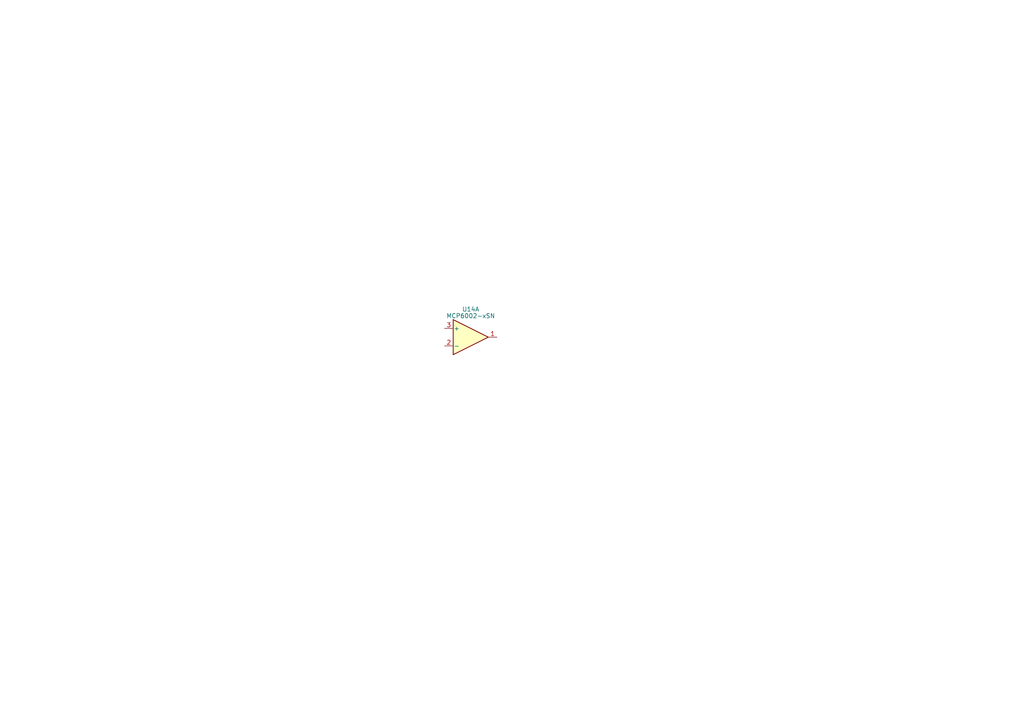
<source format=kicad_sch>
(kicad_sch (version 20230121) (generator eeschema)
  (paper "A4")
  (lib_symbols
    (symbol "Amplifier_Operational:MCP6002-xSN" (pin_names (offset 0.127))
      (property "Reference" "U" (at 0 5.08 0))
      (property "Value" "MCP6002-xSN" (at 0 -5.08 0))
      (symbol "MCP6002-xSN_1_1"
        (polyline (pts (xy -5.08 5.08) (xy 5.08 0) (xy -5.08 -5.08) (xy -5.08 5.08)) (stroke (width 0.254)) (fill (type background)))
        (pin output line (at 7.62 0 180) (length 2.54) (name "~") (number "1"))
        (pin input line (at -7.62 -2.54 0) (length 2.54) (name "-") (number "2"))
        (pin input line (at -7.62 2.54 0) (length 2.54) (name "+") (number "3"))
      )
      (symbol "MCP6002-xSN_2_1"
        (polyline (pts (xy -5.08 5.08) (xy 5.08 0) (xy -5.08 -5.08) (xy -5.08 5.08)) (stroke (width 0.254)) (fill (type background)))
        (pin input line (at -7.62 2.54 0) (length 2.54) (name "+") (number "5"))
        (pin input line (at -7.62 -2.54 0) (length 2.54) (name "-") (number "6"))
        (pin output line (at 7.62 0 180) (length 2.54) (name "~") (number "7"))
      )
      (symbol "MCP6002-xSN_3_1"
        (pin power_in line (at -2.54 -7.62 90) (length 3.81) (name "V-") (number "4"))
        (pin power_in line (at -2.54 7.62 270) (length 3.81) (name "V+") (number "8"))
      )
    )
  )
  (symbol (lib_id "Amplifier_Operational:MCP6002-xSN") (at 136.525 97.79 0) (unit 1)
    (property "Reference" "U14" (at 136.525 89.7001 0))
    (property "Value" "MCP6002-xSN" (at 136.525 91.6211 0))
    (property "Datasheet" "http://ww1.microchip.com/downloads/en/DeviceDoc/21733j.pdf" (effects hide))
    (instances (project "dk2_00" (path "" (reference "U14") (unit 1)) (path "" (reference "U13") (unit 1))))
  )
)
</source>
